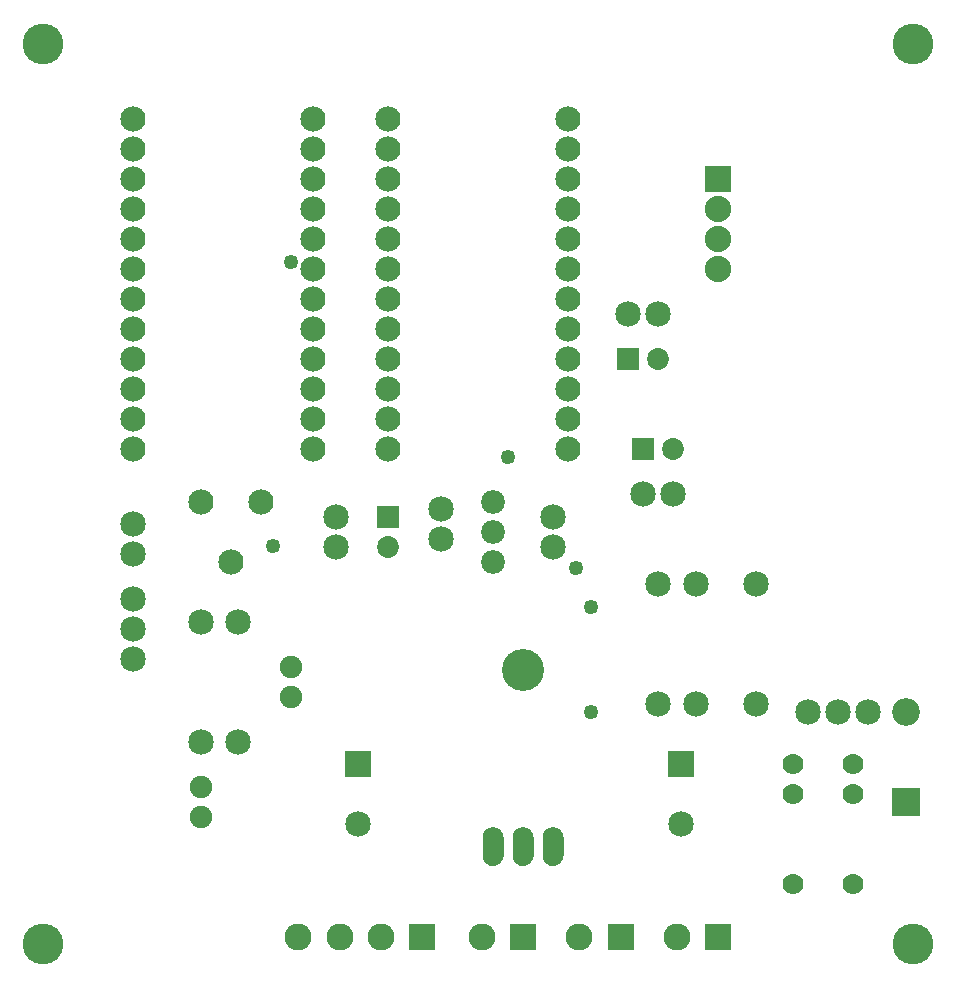
<source format=gts>
G04 MADE WITH FRITZING*
G04 WWW.FRITZING.ORG*
G04 DOUBLE SIDED*
G04 HOLES PLATED*
G04 CONTOUR ON CENTER OF CONTOUR VECTOR*
%ASAXBY*%
%FSLAX23Y23*%
%MOIN*%
%OFA0B0*%
%SFA1.0B1.0*%
%ADD10C,0.084000*%
%ADD11C,0.085000*%
%ADD12C,0.070000*%
%ADD13C,0.140000*%
%ADD14C,0.075000*%
%ADD15C,0.090000*%
%ADD16C,0.079444*%
%ADD17C,0.072992*%
%ADD18C,0.092000*%
%ADD19C,0.049370*%
%ADD20C,0.088000*%
%ADD21C,0.135984*%
%ADD22R,0.085000X0.085000*%
%ADD23R,0.090000X0.090000*%
%ADD24R,0.072992X0.072992*%
%ADD25R,0.092000X0.092000*%
%ADD26R,0.088000X0.088000*%
%ADD27R,0.001000X0.001000*%
%LNMASK1*%
G90*
G70*
G54D10*
X1057Y3009D03*
X1057Y2909D03*
X1057Y2809D03*
X1057Y2709D03*
X1057Y2609D03*
X1057Y2509D03*
X1057Y2409D03*
X1057Y2309D03*
X1057Y2209D03*
X1057Y2109D03*
X1057Y2009D03*
X1057Y1909D03*
X457Y1909D03*
X457Y2009D03*
X457Y2109D03*
X457Y2209D03*
X457Y2309D03*
X457Y2409D03*
X457Y2509D03*
X457Y2609D03*
X457Y2709D03*
X457Y2809D03*
X457Y2909D03*
X457Y3009D03*
X1907Y3009D03*
X1907Y2909D03*
X1907Y2809D03*
X1907Y2709D03*
X1907Y2609D03*
X1907Y2509D03*
X1907Y2409D03*
X1907Y2309D03*
X1907Y2209D03*
X1907Y2109D03*
X1907Y2009D03*
X1907Y1909D03*
X1307Y1909D03*
X1307Y2009D03*
X1307Y2109D03*
X1307Y2209D03*
X1307Y2309D03*
X1307Y2409D03*
X1307Y2509D03*
X1307Y2609D03*
X1307Y2709D03*
X1307Y2809D03*
X1307Y2909D03*
X1307Y3009D03*
G54D11*
X2282Y859D03*
X2282Y659D03*
X1207Y859D03*
X1207Y659D03*
G54D12*
X1657Y584D03*
X1757Y584D03*
X1857Y584D03*
G54D13*
X1757Y1174D03*
G54D12*
X1657Y584D03*
X1757Y584D03*
X1857Y584D03*
G54D13*
X1757Y1174D03*
G54D11*
X457Y1559D03*
X457Y1659D03*
X807Y1334D03*
X807Y934D03*
G54D14*
X682Y784D03*
X682Y684D03*
X682Y784D03*
X682Y684D03*
G54D11*
X457Y1209D03*
X457Y1309D03*
X457Y1409D03*
G54D10*
X882Y1734D03*
X782Y1534D03*
X682Y1734D03*
X882Y1734D03*
X782Y1534D03*
X682Y1734D03*
G54D11*
X682Y1334D03*
X682Y934D03*
G54D14*
X982Y1084D03*
X982Y1184D03*
X982Y1084D03*
X982Y1184D03*
G54D15*
X1757Y284D03*
X1619Y284D03*
G54D16*
X1657Y1734D03*
X1657Y1633D03*
X1657Y1534D03*
G54D11*
X1857Y1684D03*
X1857Y1584D03*
G54D15*
X2407Y284D03*
X2269Y284D03*
G54D11*
X1482Y1609D03*
X1482Y1709D03*
X2207Y1059D03*
X2207Y1459D03*
X2332Y1459D03*
X2332Y1059D03*
X2207Y2359D03*
X2107Y2359D03*
X1132Y1584D03*
X1132Y1684D03*
G54D17*
X1307Y1682D03*
X1307Y1584D03*
X2108Y2209D03*
X2207Y2209D03*
G54D11*
X2707Y1034D03*
X2807Y1034D03*
X2907Y1034D03*
X2532Y1459D03*
X2532Y1059D03*
G54D18*
X3032Y734D03*
X3032Y1032D03*
G54D15*
X2082Y284D03*
X1944Y284D03*
G54D11*
X2157Y1759D03*
X2257Y1759D03*
G54D17*
X2158Y1909D03*
X2257Y1909D03*
G54D19*
X982Y2534D03*
X1982Y1034D03*
X1982Y1384D03*
X1707Y1884D03*
X1932Y1514D03*
X924Y1586D03*
G54D20*
X2407Y2809D03*
X2407Y2709D03*
X2407Y2609D03*
X2407Y2509D03*
G54D12*
X2857Y459D03*
X2857Y759D03*
X2857Y859D03*
X2657Y859D03*
X2657Y459D03*
X2657Y759D03*
X2857Y459D03*
X2857Y759D03*
X2857Y859D03*
X2657Y859D03*
X2657Y459D03*
X2657Y759D03*
G54D15*
X1420Y284D03*
X1282Y284D03*
X1145Y284D03*
X1007Y284D03*
G54D21*
X157Y3259D03*
X157Y259D03*
X3057Y259D03*
X3057Y3260D03*
G54D22*
X2282Y859D03*
X1207Y859D03*
G54D23*
X1757Y284D03*
X2407Y284D03*
G54D24*
X1307Y1682D03*
X2108Y2209D03*
G54D25*
X3032Y733D03*
G54D23*
X2082Y284D03*
G54D24*
X2158Y1909D03*
G54D26*
X2407Y2809D03*
G54D23*
X1420Y284D03*
G54D27*
X1649Y648D02*
X1664Y648D01*
X1749Y648D02*
X1764Y648D01*
X1849Y648D02*
X1864Y648D01*
X1645Y647D02*
X1667Y647D01*
X1745Y647D02*
X1767Y647D01*
X1845Y647D02*
X1867Y647D01*
X1643Y646D02*
X1670Y646D01*
X1743Y646D02*
X1770Y646D01*
X1843Y646D02*
X1870Y646D01*
X1641Y645D02*
X1672Y645D01*
X1741Y645D02*
X1772Y645D01*
X1841Y645D02*
X1872Y645D01*
X1639Y644D02*
X1674Y644D01*
X1739Y644D02*
X1773Y644D01*
X1839Y644D02*
X1873Y644D01*
X1637Y643D02*
X1675Y643D01*
X1737Y643D02*
X1775Y643D01*
X1837Y643D02*
X1875Y643D01*
X1636Y642D02*
X1677Y642D01*
X1736Y642D02*
X1777Y642D01*
X1836Y642D02*
X1877Y642D01*
X1634Y641D02*
X1678Y641D01*
X1734Y641D02*
X1778Y641D01*
X1834Y641D02*
X1878Y641D01*
X1633Y640D02*
X1679Y640D01*
X1733Y640D02*
X1779Y640D01*
X1833Y640D02*
X1879Y640D01*
X1632Y639D02*
X1680Y639D01*
X1732Y639D02*
X1780Y639D01*
X1832Y639D02*
X1880Y639D01*
X1631Y638D02*
X1681Y638D01*
X1731Y638D02*
X1781Y638D01*
X1831Y638D02*
X1881Y638D01*
X1630Y637D02*
X1682Y637D01*
X1730Y637D02*
X1782Y637D01*
X1830Y637D02*
X1882Y637D01*
X1630Y636D02*
X1683Y636D01*
X1730Y636D02*
X1783Y636D01*
X1830Y636D02*
X1883Y636D01*
X1629Y635D02*
X1684Y635D01*
X1729Y635D02*
X1784Y635D01*
X1829Y635D02*
X1884Y635D01*
X1628Y634D02*
X1684Y634D01*
X1728Y634D02*
X1784Y634D01*
X1828Y634D02*
X1884Y634D01*
X1627Y633D02*
X1685Y633D01*
X1727Y633D02*
X1785Y633D01*
X1827Y633D02*
X1885Y633D01*
X1627Y632D02*
X1686Y632D01*
X1727Y632D02*
X1786Y632D01*
X1827Y632D02*
X1886Y632D01*
X1626Y631D02*
X1686Y631D01*
X1726Y631D02*
X1786Y631D01*
X1826Y631D02*
X1886Y631D01*
X1626Y630D02*
X1687Y630D01*
X1726Y630D02*
X1787Y630D01*
X1826Y630D02*
X1887Y630D01*
X1625Y629D02*
X1687Y629D01*
X1725Y629D02*
X1787Y629D01*
X1825Y629D02*
X1887Y629D01*
X1625Y628D02*
X1688Y628D01*
X1725Y628D02*
X1788Y628D01*
X1825Y628D02*
X1888Y628D01*
X1624Y627D02*
X1688Y627D01*
X1724Y627D02*
X1788Y627D01*
X1824Y627D02*
X1888Y627D01*
X1624Y626D02*
X1688Y626D01*
X1724Y626D02*
X1788Y626D01*
X1824Y626D02*
X1888Y626D01*
X1624Y625D02*
X1689Y625D01*
X1724Y625D02*
X1789Y625D01*
X1824Y625D02*
X1889Y625D01*
X1623Y624D02*
X1689Y624D01*
X1723Y624D02*
X1789Y624D01*
X1823Y624D02*
X1889Y624D01*
X1623Y623D02*
X1689Y623D01*
X1723Y623D02*
X1789Y623D01*
X1823Y623D02*
X1889Y623D01*
X1623Y622D02*
X1690Y622D01*
X1723Y622D02*
X1790Y622D01*
X1823Y622D02*
X1890Y622D01*
X1622Y621D02*
X1690Y621D01*
X1722Y621D02*
X1790Y621D01*
X1822Y621D02*
X1890Y621D01*
X1622Y620D02*
X1690Y620D01*
X1722Y620D02*
X1790Y620D01*
X1822Y620D02*
X1890Y620D01*
X1622Y619D02*
X1690Y619D01*
X1722Y619D02*
X1790Y619D01*
X1822Y619D02*
X1890Y619D01*
X1622Y618D02*
X1690Y618D01*
X1722Y618D02*
X1790Y618D01*
X1822Y618D02*
X1890Y618D01*
X1622Y617D02*
X1691Y617D01*
X1722Y617D02*
X1791Y617D01*
X1822Y617D02*
X1890Y617D01*
X1622Y616D02*
X1691Y616D01*
X1722Y616D02*
X1791Y616D01*
X1822Y616D02*
X1891Y616D01*
X1622Y615D02*
X1691Y615D01*
X1722Y615D02*
X1791Y615D01*
X1822Y615D02*
X1891Y615D01*
X1622Y614D02*
X1691Y614D01*
X1722Y614D02*
X1791Y614D01*
X1822Y614D02*
X1891Y614D01*
X1622Y613D02*
X1691Y613D01*
X1722Y613D02*
X1791Y613D01*
X1822Y613D02*
X1891Y613D01*
X1622Y612D02*
X1691Y612D01*
X1722Y612D02*
X1791Y612D01*
X1822Y612D02*
X1891Y612D01*
X1622Y611D02*
X1691Y611D01*
X1722Y611D02*
X1791Y611D01*
X1822Y611D02*
X1891Y611D01*
X1622Y610D02*
X1691Y610D01*
X1722Y610D02*
X1791Y610D01*
X1822Y610D02*
X1891Y610D01*
X1622Y609D02*
X1691Y609D01*
X1722Y609D02*
X1791Y609D01*
X1822Y609D02*
X1891Y609D01*
X1622Y608D02*
X1691Y608D01*
X1722Y608D02*
X1791Y608D01*
X1822Y608D02*
X1891Y608D01*
X1622Y607D02*
X1691Y607D01*
X1722Y607D02*
X1791Y607D01*
X1822Y607D02*
X1891Y607D01*
X1622Y606D02*
X1691Y606D01*
X1722Y606D02*
X1791Y606D01*
X1822Y606D02*
X1891Y606D01*
X1622Y605D02*
X1691Y605D01*
X1722Y605D02*
X1791Y605D01*
X1822Y605D02*
X1891Y605D01*
X1622Y604D02*
X1691Y604D01*
X1722Y604D02*
X1791Y604D01*
X1822Y604D02*
X1891Y604D01*
X1622Y603D02*
X1691Y603D01*
X1722Y603D02*
X1791Y603D01*
X1822Y603D02*
X1891Y603D01*
X1622Y602D02*
X1691Y602D01*
X1722Y602D02*
X1791Y602D01*
X1822Y602D02*
X1891Y602D01*
X1622Y601D02*
X1691Y601D01*
X1722Y601D02*
X1791Y601D01*
X1822Y601D02*
X1891Y601D01*
X1622Y600D02*
X1691Y600D01*
X1722Y600D02*
X1791Y600D01*
X1822Y600D02*
X1891Y600D01*
X1622Y599D02*
X1691Y599D01*
X1722Y599D02*
X1791Y599D01*
X1822Y599D02*
X1891Y599D01*
X1622Y598D02*
X1650Y598D01*
X1662Y598D02*
X1691Y598D01*
X1722Y598D02*
X1750Y598D01*
X1762Y598D02*
X1791Y598D01*
X1822Y598D02*
X1850Y598D01*
X1862Y598D02*
X1891Y598D01*
X1622Y597D02*
X1648Y597D01*
X1664Y597D02*
X1691Y597D01*
X1722Y597D02*
X1748Y597D01*
X1764Y597D02*
X1791Y597D01*
X1822Y597D02*
X1848Y597D01*
X1864Y597D02*
X1891Y597D01*
X1622Y596D02*
X1647Y596D01*
X1666Y596D02*
X1691Y596D01*
X1722Y596D02*
X1747Y596D01*
X1766Y596D02*
X1791Y596D01*
X1822Y596D02*
X1847Y596D01*
X1866Y596D02*
X1891Y596D01*
X1622Y595D02*
X1646Y595D01*
X1667Y595D02*
X1691Y595D01*
X1722Y595D02*
X1746Y595D01*
X1767Y595D02*
X1791Y595D01*
X1822Y595D02*
X1846Y595D01*
X1867Y595D02*
X1891Y595D01*
X1622Y594D02*
X1645Y594D01*
X1668Y594D02*
X1691Y594D01*
X1722Y594D02*
X1745Y594D01*
X1768Y594D02*
X1791Y594D01*
X1822Y594D02*
X1845Y594D01*
X1868Y594D02*
X1891Y594D01*
X1622Y593D02*
X1644Y593D01*
X1669Y593D02*
X1691Y593D01*
X1722Y593D02*
X1744Y593D01*
X1769Y593D02*
X1791Y593D01*
X1822Y593D02*
X1844Y593D01*
X1869Y593D02*
X1891Y593D01*
X1622Y592D02*
X1643Y592D01*
X1669Y592D02*
X1691Y592D01*
X1722Y592D02*
X1743Y592D01*
X1769Y592D02*
X1791Y592D01*
X1822Y592D02*
X1843Y592D01*
X1869Y592D02*
X1891Y592D01*
X1622Y591D02*
X1642Y591D01*
X1670Y591D02*
X1691Y591D01*
X1722Y591D02*
X1742Y591D01*
X1770Y591D02*
X1791Y591D01*
X1822Y591D02*
X1842Y591D01*
X1870Y591D02*
X1891Y591D01*
X1622Y590D02*
X1642Y590D01*
X1671Y590D02*
X1691Y590D01*
X1722Y590D02*
X1742Y590D01*
X1770Y590D02*
X1791Y590D01*
X1822Y590D02*
X1842Y590D01*
X1870Y590D02*
X1891Y590D01*
X1622Y589D02*
X1642Y589D01*
X1671Y589D02*
X1691Y589D01*
X1722Y589D02*
X1742Y589D01*
X1771Y589D02*
X1791Y589D01*
X1822Y589D02*
X1841Y589D01*
X1871Y589D02*
X1891Y589D01*
X1622Y588D02*
X1641Y588D01*
X1671Y588D02*
X1691Y588D01*
X1722Y588D02*
X1741Y588D01*
X1771Y588D02*
X1791Y588D01*
X1822Y588D02*
X1841Y588D01*
X1871Y588D02*
X1891Y588D01*
X1622Y587D02*
X1641Y587D01*
X1671Y587D02*
X1691Y587D01*
X1722Y587D02*
X1741Y587D01*
X1771Y587D02*
X1791Y587D01*
X1822Y587D02*
X1841Y587D01*
X1871Y587D02*
X1891Y587D01*
X1622Y586D02*
X1641Y586D01*
X1672Y586D02*
X1691Y586D01*
X1722Y586D02*
X1741Y586D01*
X1771Y586D02*
X1791Y586D01*
X1822Y586D02*
X1841Y586D01*
X1871Y586D02*
X1891Y586D01*
X1622Y585D02*
X1641Y585D01*
X1672Y585D02*
X1691Y585D01*
X1722Y585D02*
X1741Y585D01*
X1772Y585D02*
X1791Y585D01*
X1822Y585D02*
X1841Y585D01*
X1872Y585D02*
X1891Y585D01*
X1622Y584D02*
X1641Y584D01*
X1672Y584D02*
X1691Y584D01*
X1722Y584D02*
X1741Y584D01*
X1772Y584D02*
X1791Y584D01*
X1822Y584D02*
X1841Y584D01*
X1872Y584D02*
X1891Y584D01*
X1622Y583D02*
X1641Y583D01*
X1672Y583D02*
X1691Y583D01*
X1722Y583D02*
X1741Y583D01*
X1772Y583D02*
X1791Y583D01*
X1822Y583D02*
X1841Y583D01*
X1872Y583D02*
X1891Y583D01*
X1622Y582D02*
X1641Y582D01*
X1672Y582D02*
X1691Y582D01*
X1722Y582D02*
X1741Y582D01*
X1771Y582D02*
X1791Y582D01*
X1822Y582D02*
X1841Y582D01*
X1871Y582D02*
X1891Y582D01*
X1622Y581D02*
X1641Y581D01*
X1671Y581D02*
X1691Y581D01*
X1722Y581D02*
X1741Y581D01*
X1771Y581D02*
X1791Y581D01*
X1822Y581D02*
X1841Y581D01*
X1871Y581D02*
X1891Y581D01*
X1622Y580D02*
X1641Y580D01*
X1671Y580D02*
X1691Y580D01*
X1722Y580D02*
X1741Y580D01*
X1771Y580D02*
X1791Y580D01*
X1822Y580D02*
X1841Y580D01*
X1871Y580D02*
X1891Y580D01*
X1622Y579D02*
X1642Y579D01*
X1671Y579D02*
X1691Y579D01*
X1722Y579D02*
X1742Y579D01*
X1771Y579D02*
X1791Y579D01*
X1822Y579D02*
X1841Y579D01*
X1871Y579D02*
X1891Y579D01*
X1622Y578D02*
X1642Y578D01*
X1671Y578D02*
X1691Y578D01*
X1722Y578D02*
X1742Y578D01*
X1770Y578D02*
X1791Y578D01*
X1822Y578D02*
X1842Y578D01*
X1870Y578D02*
X1891Y578D01*
X1622Y577D02*
X1642Y577D01*
X1670Y577D02*
X1691Y577D01*
X1722Y577D02*
X1742Y577D01*
X1770Y577D02*
X1791Y577D01*
X1822Y577D02*
X1842Y577D01*
X1870Y577D02*
X1891Y577D01*
X1622Y576D02*
X1643Y576D01*
X1669Y576D02*
X1691Y576D01*
X1722Y576D02*
X1743Y576D01*
X1769Y576D02*
X1791Y576D01*
X1822Y576D02*
X1843Y576D01*
X1869Y576D02*
X1891Y576D01*
X1622Y575D02*
X1644Y575D01*
X1669Y575D02*
X1691Y575D01*
X1722Y575D02*
X1744Y575D01*
X1769Y575D02*
X1791Y575D01*
X1822Y575D02*
X1844Y575D01*
X1869Y575D02*
X1891Y575D01*
X1622Y574D02*
X1645Y574D01*
X1668Y574D02*
X1691Y574D01*
X1722Y574D02*
X1745Y574D01*
X1768Y574D02*
X1791Y574D01*
X1822Y574D02*
X1845Y574D01*
X1868Y574D02*
X1891Y574D01*
X1622Y573D02*
X1646Y573D01*
X1667Y573D02*
X1691Y573D01*
X1722Y573D02*
X1746Y573D01*
X1767Y573D02*
X1791Y573D01*
X1822Y573D02*
X1846Y573D01*
X1867Y573D02*
X1891Y573D01*
X1622Y572D02*
X1647Y572D01*
X1666Y572D02*
X1691Y572D01*
X1722Y572D02*
X1747Y572D01*
X1766Y572D02*
X1791Y572D01*
X1822Y572D02*
X1847Y572D01*
X1866Y572D02*
X1891Y572D01*
X1622Y571D02*
X1648Y571D01*
X1664Y571D02*
X1691Y571D01*
X1722Y571D02*
X1748Y571D01*
X1764Y571D02*
X1791Y571D01*
X1822Y571D02*
X1848Y571D01*
X1864Y571D02*
X1891Y571D01*
X1622Y570D02*
X1650Y570D01*
X1662Y570D02*
X1691Y570D01*
X1722Y570D02*
X1750Y570D01*
X1762Y570D02*
X1791Y570D01*
X1822Y570D02*
X1850Y570D01*
X1862Y570D02*
X1891Y570D01*
X1622Y569D02*
X1691Y569D01*
X1722Y569D02*
X1791Y569D01*
X1822Y569D02*
X1891Y569D01*
X1622Y568D02*
X1691Y568D01*
X1722Y568D02*
X1791Y568D01*
X1822Y568D02*
X1891Y568D01*
X1622Y567D02*
X1691Y567D01*
X1722Y567D02*
X1791Y567D01*
X1822Y567D02*
X1891Y567D01*
X1622Y566D02*
X1691Y566D01*
X1722Y566D02*
X1791Y566D01*
X1822Y566D02*
X1891Y566D01*
X1622Y565D02*
X1691Y565D01*
X1722Y565D02*
X1791Y565D01*
X1822Y565D02*
X1891Y565D01*
X1622Y564D02*
X1691Y564D01*
X1722Y564D02*
X1791Y564D01*
X1822Y564D02*
X1891Y564D01*
X1622Y563D02*
X1691Y563D01*
X1722Y563D02*
X1791Y563D01*
X1822Y563D02*
X1891Y563D01*
X1622Y562D02*
X1691Y562D01*
X1722Y562D02*
X1791Y562D01*
X1822Y562D02*
X1891Y562D01*
X1622Y561D02*
X1691Y561D01*
X1722Y561D02*
X1791Y561D01*
X1822Y561D02*
X1891Y561D01*
X1622Y560D02*
X1691Y560D01*
X1722Y560D02*
X1791Y560D01*
X1822Y560D02*
X1891Y560D01*
X1622Y559D02*
X1691Y559D01*
X1722Y559D02*
X1791Y559D01*
X1822Y559D02*
X1891Y559D01*
X1622Y558D02*
X1691Y558D01*
X1722Y558D02*
X1791Y558D01*
X1822Y558D02*
X1891Y558D01*
X1622Y557D02*
X1691Y557D01*
X1722Y557D02*
X1791Y557D01*
X1822Y557D02*
X1891Y557D01*
X1622Y556D02*
X1691Y556D01*
X1722Y556D02*
X1791Y556D01*
X1822Y556D02*
X1891Y556D01*
X1622Y555D02*
X1691Y555D01*
X1722Y555D02*
X1791Y555D01*
X1822Y555D02*
X1891Y555D01*
X1622Y554D02*
X1691Y554D01*
X1722Y554D02*
X1791Y554D01*
X1822Y554D02*
X1891Y554D01*
X1622Y553D02*
X1691Y553D01*
X1722Y553D02*
X1791Y553D01*
X1822Y553D02*
X1891Y553D01*
X1622Y552D02*
X1691Y552D01*
X1722Y552D02*
X1791Y552D01*
X1822Y552D02*
X1891Y552D01*
X1622Y551D02*
X1691Y551D01*
X1722Y551D02*
X1791Y551D01*
X1822Y551D02*
X1890Y551D01*
X1622Y550D02*
X1690Y550D01*
X1722Y550D02*
X1790Y550D01*
X1822Y550D02*
X1890Y550D01*
X1622Y549D02*
X1690Y549D01*
X1722Y549D02*
X1790Y549D01*
X1822Y549D02*
X1890Y549D01*
X1622Y548D02*
X1690Y548D01*
X1722Y548D02*
X1790Y548D01*
X1822Y548D02*
X1890Y548D01*
X1622Y547D02*
X1690Y547D01*
X1722Y547D02*
X1790Y547D01*
X1822Y547D02*
X1890Y547D01*
X1623Y546D02*
X1690Y546D01*
X1723Y546D02*
X1790Y546D01*
X1823Y546D02*
X1890Y546D01*
X1623Y545D02*
X1689Y545D01*
X1723Y545D02*
X1789Y545D01*
X1823Y545D02*
X1889Y545D01*
X1623Y544D02*
X1689Y544D01*
X1723Y544D02*
X1789Y544D01*
X1823Y544D02*
X1889Y544D01*
X1624Y543D02*
X1689Y543D01*
X1724Y543D02*
X1789Y543D01*
X1824Y543D02*
X1889Y543D01*
X1624Y542D02*
X1688Y542D01*
X1724Y542D02*
X1788Y542D01*
X1824Y542D02*
X1888Y542D01*
X1624Y541D02*
X1688Y541D01*
X1724Y541D02*
X1788Y541D01*
X1824Y541D02*
X1888Y541D01*
X1625Y540D02*
X1688Y540D01*
X1725Y540D02*
X1788Y540D01*
X1825Y540D02*
X1888Y540D01*
X1625Y539D02*
X1687Y539D01*
X1725Y539D02*
X1787Y539D01*
X1825Y539D02*
X1887Y539D01*
X1626Y538D02*
X1687Y538D01*
X1726Y538D02*
X1787Y538D01*
X1826Y538D02*
X1887Y538D01*
X1626Y537D02*
X1686Y537D01*
X1726Y537D02*
X1786Y537D01*
X1826Y537D02*
X1886Y537D01*
X1627Y536D02*
X1686Y536D01*
X1727Y536D02*
X1786Y536D01*
X1827Y536D02*
X1886Y536D01*
X1627Y535D02*
X1685Y535D01*
X1727Y535D02*
X1785Y535D01*
X1827Y535D02*
X1885Y535D01*
X1628Y534D02*
X1684Y534D01*
X1728Y534D02*
X1784Y534D01*
X1828Y534D02*
X1884Y534D01*
X1629Y533D02*
X1684Y533D01*
X1729Y533D02*
X1784Y533D01*
X1829Y533D02*
X1884Y533D01*
X1630Y532D02*
X1683Y532D01*
X1730Y532D02*
X1783Y532D01*
X1829Y532D02*
X1883Y532D01*
X1630Y531D02*
X1682Y531D01*
X1730Y531D02*
X1782Y531D01*
X1830Y531D02*
X1882Y531D01*
X1631Y530D02*
X1681Y530D01*
X1731Y530D02*
X1781Y530D01*
X1831Y530D02*
X1881Y530D01*
X1632Y529D02*
X1680Y529D01*
X1732Y529D02*
X1780Y529D01*
X1832Y529D02*
X1880Y529D01*
X1633Y528D02*
X1679Y528D01*
X1733Y528D02*
X1779Y528D01*
X1833Y528D02*
X1879Y528D01*
X1634Y527D02*
X1678Y527D01*
X1734Y527D02*
X1778Y527D01*
X1834Y527D02*
X1878Y527D01*
X1636Y526D02*
X1677Y526D01*
X1736Y526D02*
X1777Y526D01*
X1836Y526D02*
X1877Y526D01*
X1637Y525D02*
X1675Y525D01*
X1737Y525D02*
X1775Y525D01*
X1837Y525D02*
X1875Y525D01*
X1639Y524D02*
X1674Y524D01*
X1739Y524D02*
X1774Y524D01*
X1839Y524D02*
X1873Y524D01*
X1641Y523D02*
X1672Y523D01*
X1741Y523D02*
X1772Y523D01*
X1841Y523D02*
X1872Y523D01*
X1643Y522D02*
X1670Y522D01*
X1743Y522D02*
X1770Y522D01*
X1843Y522D02*
X1870Y522D01*
X1645Y521D02*
X1667Y521D01*
X1745Y521D02*
X1767Y521D01*
X1845Y521D02*
X1867Y521D01*
X1649Y520D02*
X1664Y520D01*
X1749Y520D02*
X1764Y520D01*
X1849Y520D02*
X1864Y520D01*
D02*
G04 End of Mask1*
M02*
</source>
